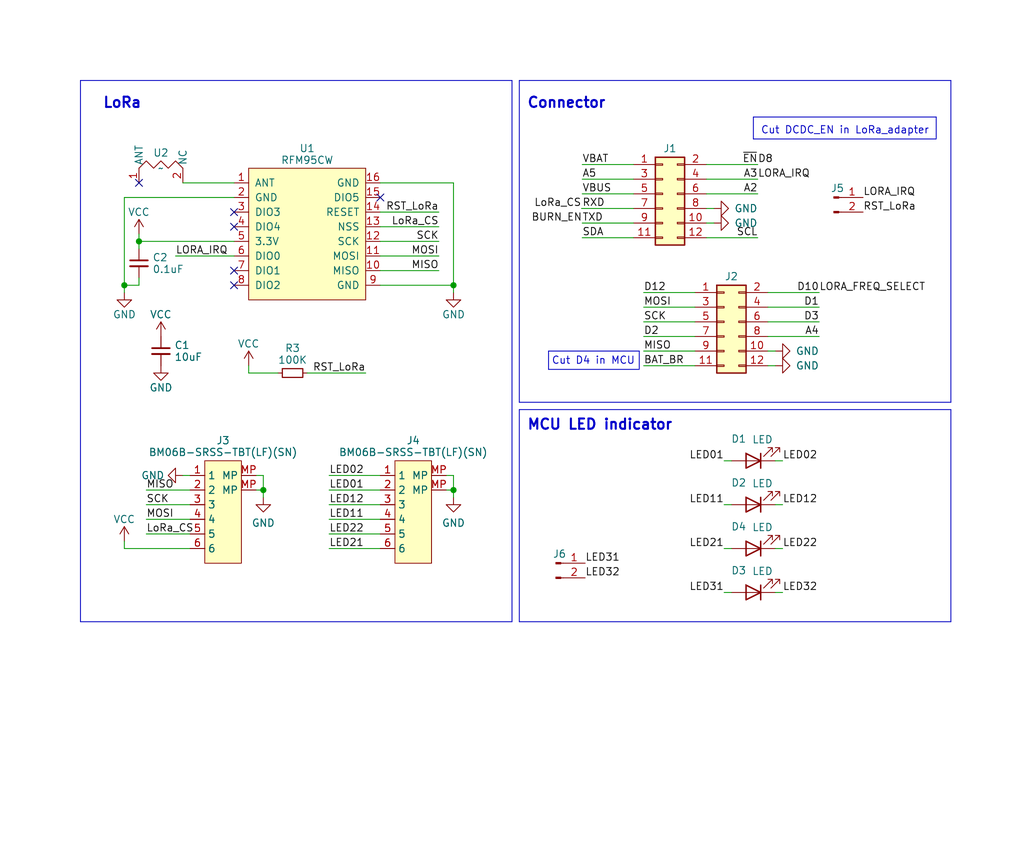
<source format=kicad_sch>
(kicad_sch (version 20230121) (generator eeschema)

  (uuid 65265907-6721-4f79-b3a8-f708d4e7460b)

  (paper "User" 177.8 150.012)

  (title_block
    (title "HexSense Svalbard - PWR")
    (date "2023-05-23")
    (company "MIT Media Lab")
    (comment 1 "Fangzheng Liu")
  )

  (lib_symbols
    (symbol "Connector:Conn_01x02_Pin" (pin_names (offset 1.016) hide) (in_bom yes) (on_board yes)
      (property "Reference" "J" (at 0 2.54 0)
        (effects (font (size 1.27 1.27)))
      )
      (property "Value" "Conn_01x02_Pin" (at 0 -5.08 0)
        (effects (font (size 1.27 1.27)))
      )
      (property "Footprint" "" (at 0 0 0)
        (effects (font (size 1.27 1.27)) hide)
      )
      (property "Datasheet" "~" (at 0 0 0)
        (effects (font (size 1.27 1.27)) hide)
      )
      (property "ki_locked" "" (at 0 0 0)
        (effects (font (size 1.27 1.27)))
      )
      (property "ki_keywords" "connector" (at 0 0 0)
        (effects (font (size 1.27 1.27)) hide)
      )
      (property "ki_description" "Generic connector, single row, 01x02, script generated" (at 0 0 0)
        (effects (font (size 1.27 1.27)) hide)
      )
      (property "ki_fp_filters" "Connector*:*_1x??_*" (at 0 0 0)
        (effects (font (size 1.27 1.27)) hide)
      )
      (symbol "Conn_01x02_Pin_1_1"
        (polyline
          (pts
            (xy 1.27 -2.54)
            (xy 0.8636 -2.54)
          )
          (stroke (width 0.1524) (type default))
          (fill (type none))
        )
        (polyline
          (pts
            (xy 1.27 0)
            (xy 0.8636 0)
          )
          (stroke (width 0.1524) (type default))
          (fill (type none))
        )
        (rectangle (start 0.8636 -2.413) (end 0 -2.667)
          (stroke (width 0.1524) (type default))
          (fill (type outline))
        )
        (rectangle (start 0.8636 0.127) (end 0 -0.127)
          (stroke (width 0.1524) (type default))
          (fill (type outline))
        )
        (pin passive line (at 5.08 0 180) (length 3.81)
          (name "Pin_1" (effects (font (size 1.27 1.27))))
          (number "1" (effects (font (size 1.27 1.27))))
        )
        (pin passive line (at 5.08 -2.54 180) (length 3.81)
          (name "Pin_2" (effects (font (size 1.27 1.27))))
          (number "2" (effects (font (size 1.27 1.27))))
        )
      )
    )
    (symbol "Connector_Generic:Conn_02x06_Odd_Even" (pin_names (offset 1.016) hide) (in_bom yes) (on_board yes)
      (property "Reference" "J" (at 1.27 7.62 0)
        (effects (font (size 1.27 1.27)))
      )
      (property "Value" "Conn_02x06_Odd_Even" (at 1.27 -10.16 0)
        (effects (font (size 1.27 1.27)))
      )
      (property "Footprint" "" (at 0 0 0)
        (effects (font (size 1.27 1.27)) hide)
      )
      (property "Datasheet" "~" (at 0 0 0)
        (effects (font (size 1.27 1.27)) hide)
      )
      (property "ki_keywords" "connector" (at 0 0 0)
        (effects (font (size 1.27 1.27)) hide)
      )
      (property "ki_description" "Generic connector, double row, 02x06, odd/even pin numbering scheme (row 1 odd numbers, row 2 even numbers), script generated (kicad-library-utils/schlib/autogen/connector/)" (at 0 0 0)
        (effects (font (size 1.27 1.27)) hide)
      )
      (property "ki_fp_filters" "Connector*:*_2x??_*" (at 0 0 0)
        (effects (font (size 1.27 1.27)) hide)
      )
      (symbol "Conn_02x06_Odd_Even_1_1"
        (rectangle (start -1.27 -7.493) (end 0 -7.747)
          (stroke (width 0.1524) (type default))
          (fill (type none))
        )
        (rectangle (start -1.27 -4.953) (end 0 -5.207)
          (stroke (width 0.1524) (type default))
          (fill (type none))
        )
        (rectangle (start -1.27 -2.413) (end 0 -2.667)
          (stroke (width 0.1524) (type default))
          (fill (type none))
        )
        (rectangle (start -1.27 0.127) (end 0 -0.127)
          (stroke (width 0.1524) (type default))
          (fill (type none))
        )
        (rectangle (start -1.27 2.667) (end 0 2.413)
          (stroke (width 0.1524) (type default))
          (fill (type none))
        )
        (rectangle (start -1.27 5.207) (end 0 4.953)
          (stroke (width 0.1524) (type default))
          (fill (type none))
        )
        (rectangle (start -1.27 6.35) (end 3.81 -8.89)
          (stroke (width 0.254) (type default))
          (fill (type background))
        )
        (rectangle (start 3.81 -7.493) (end 2.54 -7.747)
          (stroke (width 0.1524) (type default))
          (fill (type none))
        )
        (rectangle (start 3.81 -4.953) (end 2.54 -5.207)
          (stroke (width 0.1524) (type default))
          (fill (type none))
        )
        (rectangle (start 3.81 -2.413) (end 2.54 -2.667)
          (stroke (width 0.1524) (type default))
          (fill (type none))
        )
        (rectangle (start 3.81 0.127) (end 2.54 -0.127)
          (stroke (width 0.1524) (type default))
          (fill (type none))
        )
        (rectangle (start 3.81 2.667) (end 2.54 2.413)
          (stroke (width 0.1524) (type default))
          (fill (type none))
        )
        (rectangle (start 3.81 5.207) (end 2.54 4.953)
          (stroke (width 0.1524) (type default))
          (fill (type none))
        )
        (pin passive line (at -5.08 5.08 0) (length 3.81)
          (name "Pin_1" (effects (font (size 1.27 1.27))))
          (number "1" (effects (font (size 1.27 1.27))))
        )
        (pin passive line (at 7.62 -5.08 180) (length 3.81)
          (name "Pin_10" (effects (font (size 1.27 1.27))))
          (number "10" (effects (font (size 1.27 1.27))))
        )
        (pin passive line (at -5.08 -7.62 0) (length 3.81)
          (name "Pin_11" (effects (font (size 1.27 1.27))))
          (number "11" (effects (font (size 1.27 1.27))))
        )
        (pin passive line (at 7.62 -7.62 180) (length 3.81)
          (name "Pin_12" (effects (font (size 1.27 1.27))))
          (number "12" (effects (font (size 1.27 1.27))))
        )
        (pin passive line (at 7.62 5.08 180) (length 3.81)
          (name "Pin_2" (effects (font (size 1.27 1.27))))
          (number "2" (effects (font (size 1.27 1.27))))
        )
        (pin passive line (at -5.08 2.54 0) (length 3.81)
          (name "Pin_3" (effects (font (size 1.27 1.27))))
          (number "3" (effects (font (size 1.27 1.27))))
        )
        (pin passive line (at 7.62 2.54 180) (length 3.81)
          (name "Pin_4" (effects (font (size 1.27 1.27))))
          (number "4" (effects (font (size 1.27 1.27))))
        )
        (pin passive line (at -5.08 0 0) (length 3.81)
          (name "Pin_5" (effects (font (size 1.27 1.27))))
          (number "5" (effects (font (size 1.27 1.27))))
        )
        (pin passive line (at 7.62 0 180) (length 3.81)
          (name "Pin_6" (effects (font (size 1.27 1.27))))
          (number "6" (effects (font (size 1.27 1.27))))
        )
        (pin passive line (at -5.08 -2.54 0) (length 3.81)
          (name "Pin_7" (effects (font (size 1.27 1.27))))
          (number "7" (effects (font (size 1.27 1.27))))
        )
        (pin passive line (at 7.62 -2.54 180) (length 3.81)
          (name "Pin_8" (effects (font (size 1.27 1.27))))
          (number "8" (effects (font (size 1.27 1.27))))
        )
        (pin passive line (at -5.08 -5.08 0) (length 3.81)
          (name "Pin_9" (effects (font (size 1.27 1.27))))
          (number "9" (effects (font (size 1.27 1.27))))
        )
      )
    )
    (symbol "Device:C_Small" (pin_numbers hide) (pin_names (offset 0.254) hide) (in_bom yes) (on_board yes)
      (property "Reference" "C" (at 0.254 1.778 0)
        (effects (font (size 1.27 1.27)) (justify left))
      )
      (property "Value" "C_Small" (at 0.254 -2.032 0)
        (effects (font (size 1.27 1.27)) (justify left))
      )
      (property "Footprint" "" (at 0 0 0)
        (effects (font (size 1.27 1.27)) hide)
      )
      (property "Datasheet" "~" (at 0 0 0)
        (effects (font (size 1.27 1.27)) hide)
      )
      (property "ki_keywords" "capacitor cap" (at 0 0 0)
        (effects (font (size 1.27 1.27)) hide)
      )
      (property "ki_description" "Unpolarized capacitor, small symbol" (at 0 0 0)
        (effects (font (size 1.27 1.27)) hide)
      )
      (property "ki_fp_filters" "C_*" (at 0 0 0)
        (effects (font (size 1.27 1.27)) hide)
      )
      (symbol "C_Small_0_1"
        (polyline
          (pts
            (xy -1.524 -0.508)
            (xy 1.524 -0.508)
          )
          (stroke (width 0.3302) (type default))
          (fill (type none))
        )
        (polyline
          (pts
            (xy -1.524 0.508)
            (xy 1.524 0.508)
          )
          (stroke (width 0.3048) (type default))
          (fill (type none))
        )
      )
      (symbol "C_Small_1_1"
        (pin passive line (at 0 2.54 270) (length 2.032)
          (name "~" (effects (font (size 1.27 1.27))))
          (number "1" (effects (font (size 1.27 1.27))))
        )
        (pin passive line (at 0 -2.54 90) (length 2.032)
          (name "~" (effects (font (size 1.27 1.27))))
          (number "2" (effects (font (size 1.27 1.27))))
        )
      )
    )
    (symbol "Device:LED" (pin_numbers hide) (pin_names (offset 1.016) hide) (in_bom yes) (on_board yes)
      (property "Reference" "D" (at 0 2.54 0)
        (effects (font (size 1.27 1.27)))
      )
      (property "Value" "LED" (at 0 -2.54 0)
        (effects (font (size 1.27 1.27)))
      )
      (property "Footprint" "" (at 0 0 0)
        (effects (font (size 1.27 1.27)) hide)
      )
      (property "Datasheet" "~" (at 0 0 0)
        (effects (font (size 1.27 1.27)) hide)
      )
      (property "ki_keywords" "LED diode" (at 0 0 0)
        (effects (font (size 1.27 1.27)) hide)
      )
      (property "ki_description" "Light emitting diode" (at 0 0 0)
        (effects (font (size 1.27 1.27)) hide)
      )
      (property "ki_fp_filters" "LED* LED_SMD:* LED_THT:*" (at 0 0 0)
        (effects (font (size 1.27 1.27)) hide)
      )
      (symbol "LED_0_1"
        (polyline
          (pts
            (xy -1.27 -1.27)
            (xy -1.27 1.27)
          )
          (stroke (width 0.254) (type default))
          (fill (type none))
        )
        (polyline
          (pts
            (xy -1.27 0)
            (xy 1.27 0)
          )
          (stroke (width 0) (type default))
          (fill (type none))
        )
        (polyline
          (pts
            (xy 1.27 -1.27)
            (xy 1.27 1.27)
            (xy -1.27 0)
            (xy 1.27 -1.27)
          )
          (stroke (width 0.254) (type default))
          (fill (type none))
        )
        (polyline
          (pts
            (xy -3.048 -0.762)
            (xy -4.572 -2.286)
            (xy -3.81 -2.286)
            (xy -4.572 -2.286)
            (xy -4.572 -1.524)
          )
          (stroke (width 0) (type default))
          (fill (type none))
        )
        (polyline
          (pts
            (xy -1.778 -0.762)
            (xy -3.302 -2.286)
            (xy -2.54 -2.286)
            (xy -3.302 -2.286)
            (xy -3.302 -1.524)
          )
          (stroke (width 0) (type default))
          (fill (type none))
        )
      )
      (symbol "LED_1_1"
        (pin passive line (at -3.81 0 0) (length 2.54)
          (name "K" (effects (font (size 1.27 1.27))))
          (number "1" (effects (font (size 1.27 1.27))))
        )
        (pin passive line (at 3.81 0 180) (length 2.54)
          (name "A" (effects (font (size 1.27 1.27))))
          (number "2" (effects (font (size 1.27 1.27))))
        )
      )
    )
    (symbol "Device:R_Small" (pin_numbers hide) (pin_names (offset 0.254) hide) (in_bom yes) (on_board yes)
      (property "Reference" "R" (at 0.762 0.508 0)
        (effects (font (size 1.27 1.27)) (justify left))
      )
      (property "Value" "R_Small" (at 0.762 -1.016 0)
        (effects (font (size 1.27 1.27)) (justify left))
      )
      (property "Footprint" "" (at 0 0 0)
        (effects (font (size 1.27 1.27)) hide)
      )
      (property "Datasheet" "~" (at 0 0 0)
        (effects (font (size 1.27 1.27)) hide)
      )
      (property "ki_keywords" "R resistor" (at 0 0 0)
        (effects (font (size 1.27 1.27)) hide)
      )
      (property "ki_description" "Resistor, small symbol" (at 0 0 0)
        (effects (font (size 1.27 1.27)) hide)
      )
      (property "ki_fp_filters" "R_*" (at 0 0 0)
        (effects (font (size 1.27 1.27)) hide)
      )
      (symbol "R_Small_0_1"
        (rectangle (start -0.762 1.778) (end 0.762 -1.778)
          (stroke (width 0.2032) (type default))
          (fill (type none))
        )
      )
      (symbol "R_Small_1_1"
        (pin passive line (at 0 2.54 270) (length 0.762)
          (name "~" (effects (font (size 1.27 1.27))))
          (number "1" (effects (font (size 1.27 1.27))))
        )
        (pin passive line (at 0 -2.54 90) (length 0.762)
          (name "~" (effects (font (size 1.27 1.27))))
          (number "2" (effects (font (size 1.27 1.27))))
        )
      )
    )
    (symbol "Mylib:ANT-916-HESM" (in_bom yes) (on_board yes)
      (property "Reference" "U" (at 0 2.54 0)
        (effects (font (size 1.27 1.27)))
      )
      (property "Value" "" (at 0 0 0)
        (effects (font (size 1.27 1.27)))
      )
      (property "Footprint" "" (at 0 0 0)
        (effects (font (size 1.27 1.27)) hide)
      )
      (property "Datasheet" "" (at 0 0 0)
        (effects (font (size 1.27 1.27)) hide)
      )
      (symbol "ANT-916-HESM_0_1"
        (polyline
          (pts
            (xy 3.81 0)
            (xy 2.54 1.27)
            (xy 1.27 0)
            (xy 0 1.27)
            (xy -1.27 0)
            (xy -2.54 1.27)
            (xy -3.81 0)
          )
          (stroke (width 0) (type default))
          (fill (type none))
        )
      )
      (symbol "ANT-916-HESM_1_1"
        (pin input line (at -3.81 -2.54 90) (length 2.54)
          (name "ANT" (effects (font (size 1.27 1.27))))
          (number "1" (effects (font (size 1.27 1.27))))
        )
        (pin input line (at 3.81 -2.54 90) (length 2.54)
          (name "NC" (effects (font (size 1.27 1.27))))
          (number "2" (effects (font (size 1.27 1.27))))
        )
      )
    )
    (symbol "Mylib:BM06B-SURS-TF(LF)(SN)" (in_bom yes) (on_board yes)
      (property "Reference" "J" (at 0 6.35 0)
        (effects (font (size 1.27 1.27)))
      )
      (property "Value" "BM06B-SURS-TF(LF)(SN)" (at 0 3.81 0)
        (effects (font (size 1.27 1.27)))
      )
      (property "Footprint" "" (at 0 0 0)
        (effects (font (size 1.27 1.27)) hide)
      )
      (property "Datasheet" "" (at 0 0 0)
        (effects (font (size 1.27 1.27)) hide)
      )
      (symbol "BM06B-SURS-TF(LF)(SN)_0_1"
        (rectangle (start -2.54 2.54) (end 3.81 -15.24)
          (stroke (width 0.1524) (type default))
          (fill (type background))
        )
      )
      (symbol "BM06B-SURS-TF(LF)(SN)_1_1"
        (pin input line (at -5.08 0 0) (length 2.54)
          (name "1" (effects (font (size 1.27 1.27))))
          (number "1" (effects (font (size 1.27 1.27))))
        )
        (pin input line (at -5.08 -2.54 0) (length 2.54)
          (name "2" (effects (font (size 1.27 1.27))))
          (number "2" (effects (font (size 1.27 1.27))))
        )
        (pin input line (at -5.08 -5.08 0) (length 2.54)
          (name "3" (effects (font (size 1.27 1.27))))
          (number "3" (effects (font (size 1.27 1.27))))
        )
        (pin input line (at -5.08 -7.62 0) (length 2.54)
          (name "4" (effects (font (size 1.27 1.27))))
          (number "4" (effects (font (size 1.27 1.27))))
        )
        (pin input line (at -5.08 -10.16 0) (length 2.54)
          (name "5" (effects (font (size 1.27 1.27))))
          (number "5" (effects (font (size 1.27 1.27))))
        )
        (pin input line (at -5.08 -12.7 0) (length 2.54)
          (name "6" (effects (font (size 1.27 1.27))))
          (number "6" (effects (font (size 1.27 1.27))))
        )
        (pin input line (at 6.35 -2.54 180) (length 2.54)
          (name "MP" (effects (font (size 1.27 1.27))))
          (number "MP" (effects (font (size 1.27 1.27))))
        )
        (pin input line (at 6.35 0 180) (length 2.54)
          (name "MP" (effects (font (size 1.27 1.27))))
          (number "MP" (effects (font (size 1.27 1.27))))
        )
      )
    )
    (symbol "Mylib:RFM95CW" (pin_names (offset 1.016)) (in_bom yes) (on_board yes)
      (property "Reference" "U" (at 0 1.27 0)
        (effects (font (size 1.27 1.27)))
      )
      (property "Value" "RFM95CW" (at 0 -1.27 0)
        (effects (font (size 1.27 1.27)))
      )
      (property "Footprint" "" (at 0 0 0)
        (effects (font (size 1.27 1.27)) hide)
      )
      (property "Datasheet" "" (at 0 0 0)
        (effects (font (size 1.27 1.27)) hide)
      )
      (symbol "RFM95CW_0_1"
        (rectangle (start -10.16 -2.54) (end 10.16 -25.4)
          (stroke (width 0) (type default))
          (fill (type background))
        )
      )
      (symbol "RFM95CW_1_1"
        (pin input line (at -12.7 -5.08 0) (length 2.54)
          (name "ANT" (effects (font (size 1.27 1.27))))
          (number "1" (effects (font (size 1.27 1.27))))
        )
        (pin input line (at 12.7 -20.32 180) (length 2.54)
          (name "MISO" (effects (font (size 1.27 1.27))))
          (number "10" (effects (font (size 1.27 1.27))))
        )
        (pin input line (at 12.7 -17.78 180) (length 2.54)
          (name "MOSI" (effects (font (size 1.27 1.27))))
          (number "11" (effects (font (size 1.27 1.27))))
        )
        (pin input line (at 12.7 -15.24 180) (length 2.54)
          (name "SCK" (effects (font (size 1.27 1.27))))
          (number "12" (effects (font (size 1.27 1.27))))
        )
        (pin input line (at 12.7 -12.7 180) (length 2.54)
          (name "NSS" (effects (font (size 1.27 1.27))))
          (number "13" (effects (font (size 1.27 1.27))))
        )
        (pin input line (at 12.7 -10.16 180) (length 2.54)
          (name "RESET" (effects (font (size 1.27 1.27))))
          (number "14" (effects (font (size 1.27 1.27))))
        )
        (pin input line (at 12.7 -7.62 180) (length 2.54)
          (name "DIO5" (effects (font (size 1.27 1.27))))
          (number "15" (effects (font (size 1.27 1.27))))
        )
        (pin input line (at 12.7 -5.08 180) (length 2.54)
          (name "GND" (effects (font (size 1.27 1.27))))
          (number "16" (effects (font (size 1.27 1.27))))
        )
        (pin input line (at -12.7 -7.62 0) (length 2.54)
          (name "GND" (effects (font (size 1.27 1.27))))
          (number "2" (effects (font (size 1.27 1.27))))
        )
        (pin input line (at -12.7 -10.16 0) (length 2.54)
          (name "DIO3" (effects (font (size 1.27 1.27))))
          (number "3" (effects (font (size 1.27 1.27))))
        )
        (pin input line (at -12.7 -12.7 0) (length 2.54)
          (name "DIO4" (effects (font (size 1.27 1.27))))
          (number "4" (effects (font (size 1.27 1.27))))
        )
        (pin input line (at -12.7 -15.24 0) (length 2.54)
          (name "3.3V" (effects (font (size 1.27 1.27))))
          (number "5" (effects (font (size 1.27 1.27))))
        )
        (pin input line (at -12.7 -17.78 0) (length 2.54)
          (name "DIO0" (effects (font (size 1.27 1.27))))
          (number "6" (effects (font (size 1.27 1.27))))
        )
        (pin input line (at -12.7 -20.32 0) (length 2.54)
          (name "DIO1" (effects (font (size 1.27 1.27))))
          (number "7" (effects (font (size 1.27 1.27))))
        )
        (pin input line (at -12.7 -22.86 0) (length 2.54)
          (name "DIO2" (effects (font (size 1.27 1.27))))
          (number "8" (effects (font (size 1.27 1.27))))
        )
        (pin input line (at 12.7 -22.86 180) (length 2.54)
          (name "GND" (effects (font (size 1.27 1.27))))
          (number "9" (effects (font (size 1.27 1.27))))
        )
      )
    )
    (symbol "power:GND" (power) (pin_names (offset 0)) (in_bom yes) (on_board yes)
      (property "Reference" "#PWR" (at 0 -6.35 0)
        (effects (font (size 1.27 1.27)) hide)
      )
      (property "Value" "GND" (at 0 -3.81 0)
        (effects (font (size 1.27 1.27)))
      )
      (property "Footprint" "" (at 0 0 0)
        (effects (font (size 1.27 1.27)) hide)
      )
      (property "Datasheet" "" (at 0 0 0)
        (effects (font (size 1.27 1.27)) hide)
      )
      (property "ki_keywords" "power-flag" (at 0 0 0)
        (effects (font (size 1.27 1.27)) hide)
      )
      (property "ki_description" "Power symbol creates a global label with name \"GND\" , ground" (at 0 0 0)
        (effects (font (size 1.27 1.27)) hide)
      )
      (symbol "GND_0_1"
        (polyline
          (pts
            (xy 0 0)
            (xy 0 -1.27)
            (xy 1.27 -1.27)
            (xy 0 -2.54)
            (xy -1.27 -1.27)
            (xy 0 -1.27)
          )
          (stroke (width 0) (type default))
          (fill (type none))
        )
      )
      (symbol "GND_1_1"
        (pin power_in line (at 0 0 270) (length 0) hide
          (name "GND" (effects (font (size 1.27 1.27))))
          (number "1" (effects (font (size 1.27 1.27))))
        )
      )
    )
    (symbol "power:VCC" (power) (pin_names (offset 0)) (in_bom yes) (on_board yes)
      (property "Reference" "#PWR" (at 0 -3.81 0)
        (effects (font (size 1.27 1.27)) hide)
      )
      (property "Value" "VCC" (at 0 3.81 0)
        (effects (font (size 1.27 1.27)))
      )
      (property "Footprint" "" (at 0 0 0)
        (effects (font (size 1.27 1.27)) hide)
      )
      (property "Datasheet" "" (at 0 0 0)
        (effects (font (size 1.27 1.27)) hide)
      )
      (property "ki_keywords" "global power" (at 0 0 0)
        (effects (font (size 1.27 1.27)) hide)
      )
      (property "ki_description" "Power symbol creates a global label with name \"VCC\"" (at 0 0 0)
        (effects (font (size 1.27 1.27)) hide)
      )
      (symbol "VCC_0_1"
        (polyline
          (pts
            (xy -0.762 1.27)
            (xy 0 2.54)
          )
          (stroke (width 0) (type default))
          (fill (type none))
        )
        (polyline
          (pts
            (xy 0 0)
            (xy 0 2.54)
          )
          (stroke (width 0) (type default))
          (fill (type none))
        )
        (polyline
          (pts
            (xy 0 2.54)
            (xy 0.762 1.27)
          )
          (stroke (width 0) (type default))
          (fill (type none))
        )
      )
      (symbol "VCC_1_1"
        (pin power_in line (at 0 0 90) (length 0) hide
          (name "VCC" (effects (font (size 1.27 1.27))))
          (number "1" (effects (font (size 1.27 1.27))))
        )
      )
    )
  )

  (junction (at 45.72 85.09) (diameter 0) (color 0 0 0 0)
    (uuid 15bd024f-f1aa-4402-a62c-f4fd2e38e7d0)
  )
  (junction (at 21.59 49.53) (diameter 0) (color 0 0 0 0)
    (uuid 19ebffdf-d772-41e9-9dd6-d16b9d34a262)
  )
  (junction (at 78.74 49.53) (diameter 0) (color 0 0 0 0)
    (uuid 1a8b2760-f16f-4678-b41a-d216b0c14dc8)
  )
  (junction (at 78.74 85.09) (diameter 0) (color 0 0 0 0)
    (uuid b8801c67-85fa-4069-a1da-3be631398fe1)
  )
  (junction (at 24.13 41.91) (diameter 0) (color 0 0 0 0)
    (uuid f6d0f23f-e343-4d80-beb6-c5f973ca308a)
  )

  (no_connect (at 40.64 39.37) (uuid 1558b96b-3164-49a1-9048-0446334e6602))
  (no_connect (at 40.64 36.83) (uuid 883ff17f-5e3f-4fbe-add6-7cc3f36e8dd6))
  (no_connect (at 40.64 46.99) (uuid 92e1c068-916c-4829-88f2-413508f32e95))
  (no_connect (at 40.64 49.53) (uuid 9e67b399-02e0-46b6-8cad-1ed8e427e052))
  (no_connect (at 66.04 34.29) (uuid cc7071db-db09-4cee-be99-d004bec7083d))
  (no_connect (at 24.13 31.75) (uuid d5ee53c1-1e6d-44dd-a14f-8ab292b00d36))

  (wire (pts (xy 57.15 92.71) (xy 66.04 92.71))
    (stroke (width 0) (type default))
    (uuid 00d2fdbf-e16e-4720-a56b-4541120ff422)
  )
  (wire (pts (xy 21.59 34.29) (xy 21.59 49.53))
    (stroke (width 0) (type default))
    (uuid 0183bcba-4dfb-4d0b-8ff2-f7868c7856d4)
  )
  (polyline (pts (xy 130.81 20.32) (xy 130.81 24.13))
    (stroke (width 0) (type default))
    (uuid 0277e4e1-1e1d-48d7-a08b-c29bc9c3f8dd)
  )
  (polyline (pts (xy 165.1 13.97) (xy 165.1 69.85))
    (stroke (width 0) (type default))
    (uuid 027d512b-e8c6-4a51-acb7-2e0c7560e559)
  )
  (polyline (pts (xy 110.998 64.135) (xy 95.25 64.135))
    (stroke (width 0) (type default))
    (uuid 088a6be7-7227-41ec-882a-af71f467e78b)
  )

  (wire (pts (xy 133.35 53.34) (xy 142.24 53.34))
    (stroke (width 0) (type default))
    (uuid 0a87740f-07f9-4096-abcf-dd2d8757f75a)
  )
  (wire (pts (xy 101.092 38.735) (xy 109.982 38.735))
    (stroke (width 0) (type default))
    (uuid 0b9b8873-ad8d-4ce5-89aa-b4cb4f020087)
  )
  (wire (pts (xy 122.682 28.575) (xy 131.572 28.575))
    (stroke (width 0) (type default))
    (uuid 0dd8dfae-8256-4196-8f87-6ac8fa0b7650)
  )
  (wire (pts (xy 24.13 41.91) (xy 24.13 43.18))
    (stroke (width 0) (type default))
    (uuid 1572a816-22fd-4584-bd24-23aa7a909817)
  )
  (wire (pts (xy 101.092 31.115) (xy 109.982 31.115))
    (stroke (width 0) (type default))
    (uuid 1587c766-2704-4840-87cf-e59713ead0af)
  )
  (wire (pts (xy 24.13 41.91) (xy 40.64 41.91))
    (stroke (width 0) (type default))
    (uuid 1cfa7547-5e3f-47c2-9a5f-ec32901d2150)
  )
  (wire (pts (xy 122.682 31.115) (xy 131.572 31.115))
    (stroke (width 0) (type default))
    (uuid 249e7f69-aab8-4283-a7d1-84e0589d79bb)
  )
  (wire (pts (xy 21.59 49.53) (xy 24.13 49.53))
    (stroke (width 0) (type default))
    (uuid 25794373-d75d-4ba9-9c21-dc1e56221c94)
  )
  (wire (pts (xy 24.13 40.64) (xy 24.13 41.91))
    (stroke (width 0) (type default))
    (uuid 2735fbb9-5da4-4819-8eef-d954df8808a8)
  )
  (wire (pts (xy 127 102.87) (xy 125.73 102.87))
    (stroke (width 0) (type default))
    (uuid 2b404f90-857c-4c2f-bec6-115da3574c4b)
  )
  (wire (pts (xy 76.2 46.99) (xy 66.04 46.99))
    (stroke (width 0) (type default))
    (uuid 2e892c1c-3e02-4836-97e1-79fa8bb1e35e)
  )
  (polyline (pts (xy 13.97 13.97) (xy 13.97 107.95))
    (stroke (width 0) (type default))
    (uuid 2ee0b466-c444-4035-84c9-a050e466f5bc)
  )

  (wire (pts (xy 100.965 36.195) (xy 109.982 36.195))
    (stroke (width 0) (type default))
    (uuid 2ff37579-d75b-4208-b9be-a3ccc1cdaae4)
  )
  (wire (pts (xy 25.4 90.17) (xy 33.02 90.17))
    (stroke (width 0) (type default))
    (uuid 3825ad4c-01c5-453b-a309-80c515d98e27)
  )
  (wire (pts (xy 44.45 82.55) (xy 45.72 82.55))
    (stroke (width 0) (type default))
    (uuid 3aa404e3-f54d-4b27-9dbf-a51ec124fece)
  )
  (wire (pts (xy 127 87.63) (xy 125.73 87.63))
    (stroke (width 0) (type default))
    (uuid 3b443e4b-533f-4884-a32b-add61d4e5b36)
  )
  (wire (pts (xy 66.04 36.83) (xy 76.2 36.83))
    (stroke (width 0) (type default))
    (uuid 3de3852c-2c2a-4d68-8ea3-7bbac7449eb5)
  )
  (wire (pts (xy 21.59 49.53) (xy 21.59 50.8))
    (stroke (width 0) (type default))
    (uuid 40dd8609-573b-4fa5-8e60-00eeaf902223)
  )
  (wire (pts (xy 111.76 63.5) (xy 120.65 63.5))
    (stroke (width 0) (type default))
    (uuid 42f67552-a003-4633-a14b-c468210732ac)
  )
  (wire (pts (xy 127 95.25) (xy 125.73 95.25))
    (stroke (width 0) (type default))
    (uuid 44c8e0e5-a91f-4d0c-b60c-38ae1879c978)
  )
  (polyline (pts (xy 130.81 20.32) (xy 162.56 20.32))
    (stroke (width 0) (type default))
    (uuid 49935994-9a7f-4d19-9b3a-06acab2048a0)
  )
  (polyline (pts (xy 165.1 107.95) (xy 90.17 107.95))
    (stroke (width 0) (type default))
    (uuid 4b429acb-57b4-4989-9e8d-1082f8a5adf3)
  )

  (wire (pts (xy 66.04 49.53) (xy 78.74 49.53))
    (stroke (width 0) (type default))
    (uuid 4dab8e6e-8ff9-40c7-b418-d9b12f1f85dc)
  )
  (wire (pts (xy 134.62 102.87) (xy 135.89 102.87))
    (stroke (width 0) (type default))
    (uuid 5098d1e3-55fd-41fc-a0e6-89f7c9ab9717)
  )
  (polyline (pts (xy 90.17 13.97) (xy 165.1 13.97))
    (stroke (width 0) (type default))
    (uuid 53d0b2cd-bae8-420b-b9ef-ee753e4b5b86)
  )
  (polyline (pts (xy 110.998 60.96) (xy 110.998 64.008))
    (stroke (width 0) (type default))
    (uuid 5499bad2-284e-4540-ba7e-0eaca9d97059)
  )

  (wire (pts (xy 134.62 95.25) (xy 135.89 95.25))
    (stroke (width 0) (type default))
    (uuid 553da732-ba02-4a35-abb2-89b72344934e)
  )
  (polyline (pts (xy 162.56 20.32) (xy 162.56 24.003))
    (stroke (width 0) (type default))
    (uuid 55dd54f4-6659-469f-9388-6a07303a573f)
  )
  (polyline (pts (xy 95.25 60.96) (xy 95.25 64.135))
    (stroke (width 0) (type default))
    (uuid 57545f97-05ec-43d4-93ae-17cebad3d6e8)
  )

  (wire (pts (xy 53.34 64.77) (xy 63.5 64.77))
    (stroke (width 0) (type default))
    (uuid 5c389a1c-527c-4e97-a79a-65576b3a2347)
  )
  (wire (pts (xy 31.75 31.75) (xy 40.64 31.75))
    (stroke (width 0) (type default))
    (uuid 5fb120a7-84ca-437a-bf2e-458e82e5ae6b)
  )
  (polyline (pts (xy 90.17 71.12) (xy 165.1 71.12))
    (stroke (width 0) (type default))
    (uuid 5febc6be-b4ee-4d0c-a29f-e029cb621db5)
  )

  (wire (pts (xy 127 80.01) (xy 125.73 80.01))
    (stroke (width 0) (type default))
    (uuid 6021ea58-3f39-4c8a-8672-b0b95c59a8b3)
  )
  (wire (pts (xy 21.59 93.98) (xy 21.59 95.25))
    (stroke (width 0) (type default))
    (uuid 659687cd-87c3-4497-b21c-4c1f63377c9c)
  )
  (polyline (pts (xy 90.17 71.12) (xy 90.17 107.95))
    (stroke (width 0) (type default))
    (uuid 66f4c496-008b-4b18-8003-dfd848ed9312)
  )

  (wire (pts (xy 134.62 80.01) (xy 135.89 80.01))
    (stroke (width 0) (type default))
    (uuid 6a790077-cf34-4933-b49d-2ce56e542eb9)
  )
  (polyline (pts (xy 165.1 69.85) (xy 90.17 69.85))
    (stroke (width 0) (type default))
    (uuid 6f364b94-e652-481f-92d8-ae2a245f9439)
  )
  (polyline (pts (xy 88.9 13.97) (xy 88.9 107.95))
    (stroke (width 0) (type default))
    (uuid 704e2086-fcdc-4e75-94a6-ce92c6b9475a)
  )

  (wire (pts (xy 122.682 36.195) (xy 123.952 36.195))
    (stroke (width 0) (type default))
    (uuid 738515bc-5d88-4e6b-81f3-6b1687626a34)
  )
  (wire (pts (xy 77.47 85.09) (xy 78.74 85.09))
    (stroke (width 0) (type default))
    (uuid 7a299f72-94e5-4c28-992c-d90e03ebe6c0)
  )
  (wire (pts (xy 40.64 34.29) (xy 21.59 34.29))
    (stroke (width 0) (type default))
    (uuid 7bbb8bb5-b7ef-42a7-9057-ad01928819c3)
  )
  (wire (pts (xy 57.15 85.09) (xy 66.04 85.09))
    (stroke (width 0) (type default))
    (uuid 7c18a7ac-01e2-458b-ba8e-8e0bb8e7cf45)
  )
  (wire (pts (xy 101.092 33.655) (xy 109.982 33.655))
    (stroke (width 0) (type default))
    (uuid 7f7f1e67-5385-4198-914e-8c9bbc696572)
  )
  (wire (pts (xy 31.75 82.55) (xy 33.02 82.55))
    (stroke (width 0) (type default))
    (uuid 8231d965-526e-4458-832f-8c0f208feb9e)
  )
  (polyline (pts (xy 95.25 60.96) (xy 110.998 60.96))
    (stroke (width 0) (type default))
    (uuid 83ee3b3a-09a7-42b2-bcb1-58d0f6dcad55)
  )

  (wire (pts (xy 101.092 41.275) (xy 109.982 41.275))
    (stroke (width 0) (type default))
    (uuid 8b78ffaf-b604-460f-ada6-c0115ce0a178)
  )
  (wire (pts (xy 111.76 55.88) (xy 120.65 55.88))
    (stroke (width 0) (type default))
    (uuid 8b943559-bb61-4b53-85d0-44339f996302)
  )
  (wire (pts (xy 134.62 87.63) (xy 135.89 87.63))
    (stroke (width 0) (type default))
    (uuid 8ea89646-44d1-43ba-b2ef-31f0852ffc8c)
  )
  (wire (pts (xy 111.76 53.34) (xy 120.65 53.34))
    (stroke (width 0) (type default))
    (uuid 8ec70c72-e7c9-4232-91f2-7159cbb8a775)
  )
  (polyline (pts (xy 88.9 107.95) (xy 13.97 107.95))
    (stroke (width 0) (type default))
    (uuid 92c8d89d-10ba-464b-92b9-3d6c477d66f0)
  )

  (wire (pts (xy 57.15 82.55) (xy 66.04 82.55))
    (stroke (width 0) (type default))
    (uuid 9515f418-3171-4978-825f-9ec47921443f)
  )
  (wire (pts (xy 78.74 82.55) (xy 78.74 85.09))
    (stroke (width 0) (type default))
    (uuid 9562ce11-1328-4714-98a1-ee45b6ad6e66)
  )
  (wire (pts (xy 25.4 87.63) (xy 33.02 87.63))
    (stroke (width 0) (type default))
    (uuid 97a007d7-5d51-49a2-922c-66ba54849087)
  )
  (wire (pts (xy 133.35 55.88) (xy 142.24 55.88))
    (stroke (width 0) (type default))
    (uuid 9b92bc4c-5529-46da-8c5b-2bb19370d192)
  )
  (wire (pts (xy 25.4 92.71) (xy 33.02 92.71))
    (stroke (width 0) (type default))
    (uuid a3f40724-9bbe-4fff-947c-3f1605cd82c5)
  )
  (wire (pts (xy 101.092 28.575) (xy 109.982 28.575))
    (stroke (width 0) (type default))
    (uuid a4f5fcb3-696d-4a69-96fe-722246dbe500)
  )
  (wire (pts (xy 122.682 41.275) (xy 131.572 41.275))
    (stroke (width 0) (type default))
    (uuid a9a831c4-f734-464c-99aa-0e82d27bfe1e)
  )
  (polyline (pts (xy 90.17 13.97) (xy 90.17 69.85))
    (stroke (width 0) (type default))
    (uuid aa48925a-f632-4a1b-9aa1-88eef136586e)
  )

  (wire (pts (xy 133.35 58.42) (xy 142.24 58.42))
    (stroke (width 0) (type default))
    (uuid aa4fc410-9143-4861-9379-e47684822ff6)
  )
  (wire (pts (xy 111.76 58.42) (xy 120.65 58.42))
    (stroke (width 0) (type default))
    (uuid ab26da36-602e-4859-a1a8-d14ff3fe881b)
  )
  (wire (pts (xy 78.74 49.53) (xy 78.74 50.8))
    (stroke (width 0) (type default))
    (uuid adaf4336-8f8a-460b-88f2-2c57ee50f414)
  )
  (wire (pts (xy 133.35 50.8) (xy 142.24 50.8))
    (stroke (width 0) (type default))
    (uuid afa319f6-874a-4a70-8b55-563401a1bc92)
  )
  (wire (pts (xy 133.35 60.96) (xy 134.62 60.96))
    (stroke (width 0) (type default))
    (uuid b0e7aa21-5eb4-4777-b155-03dd35a873a1)
  )
  (wire (pts (xy 24.13 49.53) (xy 24.13 48.26))
    (stroke (width 0) (type default))
    (uuid b13d74d0-1b23-43ee-ad99-f8a2e4c9387f)
  )
  (wire (pts (xy 44.45 85.09) (xy 45.72 85.09))
    (stroke (width 0) (type default))
    (uuid b2f430bb-9380-40d5-8ea3-50cab3cb09ae)
  )
  (wire (pts (xy 45.72 85.09) (xy 45.72 86.36))
    (stroke (width 0) (type default))
    (uuid b69d308b-46ac-4c20-b70e-d48f98a3eb66)
  )
  (wire (pts (xy 45.72 82.55) (xy 45.72 85.09))
    (stroke (width 0) (type default))
    (uuid b90182cf-5439-47e0-81ae-aa8619b6613d)
  )
  (wire (pts (xy 76.2 41.91) (xy 66.04 41.91))
    (stroke (width 0) (type default))
    (uuid bfd104b1-cca5-46b7-8996-566758b690f3)
  )
  (wire (pts (xy 78.74 85.09) (xy 78.74 86.36))
    (stroke (width 0) (type default))
    (uuid c0ac0d6f-24e9-48bd-812e-16010a9b30fc)
  )
  (wire (pts (xy 122.682 38.735) (xy 123.952 38.735))
    (stroke (width 0) (type default))
    (uuid c40cf08e-3e51-42c5-9be8-c396bd85431c)
  )
  (wire (pts (xy 57.15 95.25) (xy 66.04 95.25))
    (stroke (width 0) (type default))
    (uuid c592387d-e9b3-465c-907f-a26ef4abcf35)
  )
  (wire (pts (xy 21.59 95.25) (xy 33.02 95.25))
    (stroke (width 0) (type default))
    (uuid c7922699-2323-45aa-a07d-7cce07d431ea)
  )
  (wire (pts (xy 76.2 44.45) (xy 66.04 44.45))
    (stroke (width 0) (type default))
    (uuid c8e93a97-8d63-44b3-af3e-94f58ef2ffd7)
  )
  (wire (pts (xy 57.15 90.17) (xy 66.04 90.17))
    (stroke (width 0) (type default))
    (uuid c91c65b4-496d-45ce-b277-f89d0d37163a)
  )
  (polyline (pts (xy 13.97 13.97) (xy 88.9 13.97))
    (stroke (width 0) (type default))
    (uuid c9eed2e8-0fc2-475a-b578-1752b80a7d0c)
  )

  (wire (pts (xy 66.04 31.75) (xy 78.74 31.75))
    (stroke (width 0) (type default))
    (uuid ca3db3e7-7eb1-4e51-8886-28f66e5136a1)
  )
  (wire (pts (xy 77.47 82.55) (xy 78.74 82.55))
    (stroke (width 0) (type default))
    (uuid cc163afe-f22d-4eb5-b667-8705a25d2ed4)
  )
  (polyline (pts (xy 162.56 24.13) (xy 130.81 24.13))
    (stroke (width 0) (type default))
    (uuid d40abb1a-55aa-4006-805c-0c5d09325baa)
  )

  (wire (pts (xy 43.18 63.5) (xy 43.18 64.77))
    (stroke (width 0) (type default))
    (uuid d84a45d4-d567-4186-8580-7cfbaa486415)
  )
  (wire (pts (xy 57.15 87.63) (xy 66.04 87.63))
    (stroke (width 0) (type default))
    (uuid da2b4897-71eb-4241-839b-660349a8ebbb)
  )
  (wire (pts (xy 25.4 85.09) (xy 33.02 85.09))
    (stroke (width 0) (type default))
    (uuid db8258d0-bc13-4d64-8752-eae3350a36cf)
  )
  (polyline (pts (xy 165.1 71.12) (xy 165.1 107.95))
    (stroke (width 0) (type default))
    (uuid e29ef409-d6c6-42c0-8eff-4c94560fdbea)
  )

  (wire (pts (xy 76.2 39.37) (xy 66.04 39.37))
    (stroke (width 0) (type default))
    (uuid eabe51c9-fe62-46e0-9585-065c5952d66e)
  )
  (wire (pts (xy 133.35 63.5) (xy 134.62 63.5))
    (stroke (width 0) (type default))
    (uuid ecdc1337-1e31-4503-a77b-2cb7226a4254)
  )
  (wire (pts (xy 43.18 64.77) (xy 48.26 64.77))
    (stroke (width 0) (type default))
    (uuid edde9c62-e1bd-440b-9872-851c1212cbaa)
  )
  (wire (pts (xy 78.74 31.75) (xy 78.74 49.53))
    (stroke (width 0) (type default))
    (uuid f04272fd-7d7a-4df4-9f6c-42bc7774036c)
  )
  (wire (pts (xy 30.48 44.45) (xy 40.64 44.45))
    (stroke (width 0) (type default))
    (uuid f718fdd6-014e-4e8d-bc9e-b120b75f36e0)
  )
  (wire (pts (xy 111.76 60.96) (xy 120.65 60.96))
    (stroke (width 0) (type default))
    (uuid f9e8eb48-661d-4b91-b202-a28931b905bd)
  )
  (wire (pts (xy 122.682 33.655) (xy 131.572 33.655))
    (stroke (width 0) (type default))
    (uuid fab3f3e6-466b-4b33-81cc-0f66a3545dd4)
  )
  (wire (pts (xy 111.76 50.8) (xy 120.65 50.8))
    (stroke (width 0) (type default))
    (uuid fb9c1f93-ae03-4c18-8a85-90120c3fc904)
  )

  (text "Cut D4 in MCU" (at 95.758 63.5 0)
    (effects (font (size 1.27 1.27)) (justify left bottom))
    (uuid 019df978-e073-483e-886d-4e274da2002c)
  )
  (text "LoRa" (at 17.78 19.05 0)
    (effects (font (size 1.778 1.778) (thickness 0.3556) bold) (justify left bottom))
    (uuid 29844382-3a74-4ab6-876b-afb49aaddf14)
  )
  (text "Connector" (at 91.44 19.05 0)
    (effects (font (size 1.778 1.778) (thickness 0.3556) bold) (justify left bottom))
    (uuid 447f4eab-9628-466a-ae1e-628efe9487c5)
  )
  (text "MCU LED indicator" (at 91.44 74.93 0)
    (effects (font (size 1.778 1.778) (thickness 0.3556) bold) (justify left bottom))
    (uuid 7f62a2fc-5ec7-4031-beab-f69447773901)
  )
  (text "Cut DCDC_EN in LoRa_adapter" (at 132.08 23.495 0)
    (effects (font (size 1.27 1.27)) (justify left bottom))
    (uuid 927e2061-5823-4072-88fb-803faf6fee4e)
  )

  (label "~{EN}" (at 131.572 28.575 180) (fields_autoplaced)
    (effects (font (size 1.27 1.27)) (justify right bottom))
    (uuid 068e1f03-6f2b-4972-b6b2-487e7f87e15a)
  )
  (label "LED12" (at 135.89 87.63 0) (fields_autoplaced)
    (effects (font (size 1.27 1.27)) (justify left bottom))
    (uuid 08ce40b0-1fc8-4650-a521-f34ad8ff12b0)
  )
  (label "LoRa_CS" (at 100.965 36.195 180) (fields_autoplaced)
    (effects (font (size 1.27 1.27)) (justify right bottom))
    (uuid 0a5ca23e-724f-483b-b818-f8330b056a7e)
  )
  (label "A2" (at 131.572 33.655 180) (fields_autoplaced)
    (effects (font (size 1.27 1.27)) (justify right bottom))
    (uuid 0cb59c60-b41a-4eca-b419-27881cf88f10)
  )
  (label "LED31" (at 125.73 102.87 180) (fields_autoplaced)
    (effects (font (size 1.27 1.27)) (justify right bottom))
    (uuid 0d969dd5-e0fc-4db0-ac73-432eb51cae96)
  )
  (label "TXD" (at 101.092 38.735 0) (fields_autoplaced)
    (effects (font (size 1.27 1.27)) (justify left bottom))
    (uuid 0fd118a4-51d2-49d6-aa5d-f755d6928d40)
  )
  (label "RST_LoRa" (at 63.5 64.77 180) (fields_autoplaced)
    (effects (font (size 1.27 1.27)) (justify right bottom))
    (uuid 138e8f62-2d54-44a4-a29d-c8e55629eac3)
  )
  (label "A3" (at 131.572 31.115 180) (fields_autoplaced)
    (effects (font (size 1.27 1.27)) (justify right bottom))
    (uuid 160d499d-929e-44ea-bbfb-91f442b61e47)
  )
  (label "LED21" (at 57.15 95.25 0) (fields_autoplaced)
    (effects (font (size 1.27 1.27)) (justify left bottom))
    (uuid 161eac64-a4b4-41ea-98ac-b9b92c4231d7)
  )
  (label "SCK" (at 25.4 87.63 0) (fields_autoplaced)
    (effects (font (size 1.27 1.27)) (justify left bottom))
    (uuid 17324338-b5e9-4afa-af44-29861db1e363)
  )
  (label "MISO" (at 111.76 60.96 0) (fields_autoplaced)
    (effects (font (size 1.27 1.27)) (justify left bottom))
    (uuid 24738523-d919-40af-8c4f-4ed71916cbd4)
  )
  (label "LED12" (at 57.15 87.63 0) (fields_autoplaced)
    (effects (font (size 1.27 1.27)) (justify left bottom))
    (uuid 2b389c0a-34c7-4f11-bc0f-9529430d99e3)
  )
  (label "MISO" (at 76.2 46.99 180) (fields_autoplaced)
    (effects (font (size 1.27 1.27)) (justify right bottom))
    (uuid 2f4fa43b-cf0e-43dd-bce0-e6e80017315d)
  )
  (label "SDA" (at 101.092 41.275 0) (fields_autoplaced)
    (effects (font (size 1.27 1.27)) (justify left bottom))
    (uuid 2fb8286f-789f-4f25-85f2-61a20b76a156)
  )
  (label "MOSI" (at 76.2 44.45 180) (fields_autoplaced)
    (effects (font (size 1.27 1.27)) (justify right bottom))
    (uuid 3d35c336-eee8-41ea-b222-f80947383d08)
  )
  (label "VBUS" (at 101.092 33.655 0) (fields_autoplaced)
    (effects (font (size 1.27 1.27)) (justify left bottom))
    (uuid 484d1bb5-8f6f-4763-98a4-aa5caa3e56af)
  )
  (label "RST_LoRa" (at 76.2 36.83 180) (fields_autoplaced)
    (effects (font (size 1.27 1.27)) (justify right bottom))
    (uuid 4d151019-070f-4426-8994-73ab613bb1ee)
  )
  (label "VBAT" (at 101.092 28.575 0) (fields_autoplaced)
    (effects (font (size 1.27 1.27)) (justify left bottom))
    (uuid 50e2b2b8-3fe4-4403-90fb-2c35656ae41f)
  )
  (label "MOSI" (at 25.4 90.17 0) (fields_autoplaced)
    (effects (font (size 1.27 1.27)) (justify left bottom))
    (uuid 5540452b-4686-45dd-9a7c-066195c40942)
  )
  (label "RXD" (at 101.092 36.195 0) (fields_autoplaced)
    (effects (font (size 1.27 1.27)) (justify left bottom))
    (uuid 61a39836-7dfc-48d8-b9f2-bdd830f3c23c)
  )
  (label "LED31" (at 101.6 97.79 0) (fields_autoplaced)
    (effects (font (size 1.27 1.27)) (justify left bottom))
    (uuid 670a1704-da31-49a4-b7fd-1085227d0cdb)
  )
  (label "D2" (at 111.76 58.42 0) (fields_autoplaced)
    (effects (font (size 1.27 1.27)) (justify left bottom))
    (uuid 67d19eb3-61af-4d94-9b7c-60ee922a88e4)
  )
  (label "LED11" (at 57.15 90.17 0) (fields_autoplaced)
    (effects (font (size 1.27 1.27)) (justify left bottom))
    (uuid 6ca8cc8a-1312-4cc3-87de-4236c9a2ae60)
  )
  (label "LED32" (at 135.89 102.87 0) (fields_autoplaced)
    (effects (font (size 1.27 1.27)) (justify left bottom))
    (uuid 732bbf3e-f369-4fcd-a6ec-546684c8b668)
  )
  (label "LED01" (at 125.73 80.01 180) (fields_autoplaced)
    (effects (font (size 1.27 1.27)) (justify right bottom))
    (uuid 7c23d3c6-42c6-4053-8549-271012f4c8d4)
  )
  (label "MISO" (at 25.4 85.09 0) (fields_autoplaced)
    (effects (font (size 1.27 1.27)) (justify left bottom))
    (uuid 7ebb8725-b665-4a4e-a7b7-539500fee9f3)
  )
  (label "SCK" (at 76.2 41.91 180) (fields_autoplaced)
    (effects (font (size 1.27 1.27)) (justify right bottom))
    (uuid 80a9a1a2-ecd8-4dfa-b701-c81806e00c76)
  )
  (label "LED32" (at 101.6 100.33 0) (fields_autoplaced)
    (effects (font (size 1.27 1.27)) (justify left bottom))
    (uuid 81c8730e-2457-4a23-9b73-c82e3b6959ed)
  )
  (label "D1" (at 142.24 53.34 180) (fields_autoplaced)
    (effects (font (size 1.27 1.27)) (justify right bottom))
    (uuid 99b64aef-5bc2-41b6-9738-ac8515c16d69)
  )
  (label "SCL" (at 131.572 41.275 180) (fields_autoplaced)
    (effects (font (size 1.27 1.27)) (justify right bottom))
    (uuid 9c35913c-7839-40c7-8b05-a1218f213245)
  )
  (label "A4" (at 142.24 58.42 180) (fields_autoplaced)
    (effects (font (size 1.27 1.27)) (justify right bottom))
    (uuid 9db52431-f10d-4b6f-acd1-b502de5b5136)
  )
  (label "LED22" (at 135.89 95.25 0) (fields_autoplaced)
    (effects (font (size 1.27 1.27)) (justify left bottom))
    (uuid a4731569-bb9f-4cb4-835c-730887bceaed)
  )
  (label "LORA_IRQ" (at 30.48 44.45 0) (fields_autoplaced)
    (effects (font (size 1.27 1.27)) (justify left bottom))
    (uuid ab4b4c66-ab26-44c5-a208-5df69223c1e2)
  )
  (label "MOSI" (at 111.76 53.34 0) (fields_autoplaced)
    (effects (font (size 1.27 1.27)) (justify left bottom))
    (uuid b130f4f3-e1ae-4d00-99a3-f3577d15866e)
  )
  (label "SCK" (at 111.76 55.88 0) (fields_autoplaced)
    (effects (font (size 1.27 1.27)) (justify left bottom))
    (uuid b8522bbe-96f9-4611-b1b4-06d8bfe7abc9)
  )
  (label "LED21" (at 125.73 95.25 180) (fields_autoplaced)
    (effects (font (size 1.27 1.27)) (justify right bottom))
    (uuid b8be8e48-277c-42e1-a87d-d475709d05ab)
  )
  (label "LED02" (at 57.15 82.55 0) (fields_autoplaced)
    (effects (font (size 1.27 1.27)) (justify left bottom))
    (uuid c6867b82-ef5a-41c3-bab2-5390ef413858)
  )
  (label "LORA_IRQ" (at 131.572 31.115 0) (fields_autoplaced)
    (effects (font (size 1.27 1.27)) (justify left bottom))
    (uuid c87d441c-2ced-4678-a3e3-c9a7aa0fe198)
  )
  (label "BURN_EN" (at 101.092 38.735 180) (fields_autoplaced)
    (effects (font (size 1.27 1.27)) (justify right bottom))
    (uuid d05a6cda-5592-40d2-9a80-e97f0a9d6158)
  )
  (label "LORA_IRQ" (at 149.86 34.29 0) (fields_autoplaced)
    (effects (font (size 1.27 1.27)) (justify left bottom))
    (uuid d1474fb3-d7b0-4eef-bed9-8cfb9e5f2900)
  )
  (label "LED01" (at 57.15 85.09 0) (fields_autoplaced)
    (effects (font (size 1.27 1.27)) (justify left bottom))
    (uuid d30bc1ec-cd01-4b8c-b874-7ebdd11e0c3f)
  )
  (label "RST_LoRa" (at 149.86 36.83 0) (fields_autoplaced)
    (effects (font (size 1.27 1.27)) (justify left bottom))
    (uuid d5d3a250-beb6-4041-8800-c48b5fac459d)
  )
  (label "LED11" (at 125.73 87.63 180) (fields_autoplaced)
    (effects (font (size 1.27 1.27)) (justify right bottom))
    (uuid d8548b64-be26-4873-8eb9-a6041b7111da)
  )
  (label "LORA_FREQ_SELECT" (at 142.24 50.8 0) (fields_autoplaced)
    (effects (font (size 1.27 1.27)) (justify left bottom))
    (uuid dd86fc0d-ee61-436c-8c79-94e794f6b483)
  )
  (label "LoRa_CS" (at 76.2 39.37 180) (fields_autoplaced)
    (effects (font (size 1.27 1.27)) (justify right bottom))
    (uuid debc7804-e3be-4a33-af55-5795478a62c2)
  )
  (label "D12" (at 111.76 50.8 0) (fields_autoplaced)
    (effects (font (size 1.27 1.27)) (justify left bottom))
    (uuid df59b7f8-1937-4ee7-bf5f-e4f864f9d4fb)
  )
  (label "D10" (at 142.24 50.8 180) (fields_autoplaced)
    (effects (font (size 1.27 1.27)) (justify right bottom))
    (uuid e353db09-2c57-4d0e-a5d6-960aaa3cce66)
  )
  (label "BAT_BR" (at 111.76 63.5 0) (fields_autoplaced)
    (effects (font (size 1.27 1.27)) (justify left bottom))
    (uuid e599bfe1-f736-4071-acb5-6bf21fbc40fb)
  )
  (label "LED22" (at 57.15 92.71 0) (fields_autoplaced)
    (effects (font (size 1.27 1.27)) (justify left bottom))
    (uuid e68d66e3-e71e-48f2-8249-08c977a79aa4)
  )
  (label "LoRa_CS" (at 25.4 92.71 0) (fields_autoplaced)
    (effects (font (size 1.27 1.27)) (justify left bottom))
    (uuid ea74146b-a8df-4405-9725-ba097a71145a)
  )
  (label "D8" (at 131.572 28.575 0) (fields_autoplaced)
    (effects (font (size 1.27 1.27)) (justify left bottom))
    (uuid eb1a1178-aeef-46d5-9173-75548587aa5f)
  )
  (label "D3" (at 142.24 55.88 180) (fields_autoplaced)
    (effects (font (size 1.27 1.27)) (justify right bottom))
    (uuid ecae078c-549d-4df4-bbf9-f8fbfa495602)
  )
  (label "LED02" (at 135.89 80.01 0) (fields_autoplaced)
    (effects (font (size 1.27 1.27)) (justify left bottom))
    (uuid efd29105-804d-4f01-b653-89ac97d56295)
  )
  (label "A5" (at 101.092 31.115 0) (fields_autoplaced)
    (effects (font (size 1.27 1.27)) (justify left bottom))
    (uuid f6002a21-caa5-421e-b9d6-9c619fb1d358)
  )

  (symbol (lib_id "power:GND") (at 45.72 86.36 0) (unit 1)
    (in_bom yes) (on_board yes) (dnp no) (fields_autoplaced)
    (uuid 0a5c407d-5e78-4df1-b67f-04ebff276941)
    (property "Reference" "#PWR010" (at 45.72 92.71 0)
      (effects (font (size 1.27 1.27)) hide)
    )
    (property "Value" "GND" (at 45.72 90.8034 0)
      (effects (font (size 1.27 1.27)))
    )
    (property "Footprint" "" (at 45.72 86.36 0)
      (effects (font (size 1.27 1.27)) hide)
    )
    (property "Datasheet" "" (at 45.72 86.36 0)
      (effects (font (size 1.27 1.27)) hide)
    )
    (pin "1" (uuid 5cfab456-8345-434f-9499-8a7566200ef5))
    (instances
      (project "LORA"
        (path "/65265907-6721-4f79-b3a8-f708d4e7460b"
          (reference "#PWR010") (unit 1)
        )
      )
      (project "LORA_ADAPTER"
        (path "/e63e39d7-6ac0-4ffd-8aa3-1841a4541b55"
          (reference "#PWR03") (unit 1)
        )
      )
    )
  )

  (symbol (lib_id "power:GND") (at 134.62 63.5 90) (unit 1)
    (in_bom yes) (on_board yes) (dnp no)
    (uuid 0cba078e-03fd-4002-a6ee-3d55fd4ad34a)
    (property "Reference" "#PWR08" (at 140.97 63.5 0)
      (effects (font (size 1.27 1.27)) hide)
    )
    (property "Value" "GND" (at 142.24 63.5 90)
      (effects (font (size 1.27 1.27)) (justify left))
    )
    (property "Footprint" "" (at 134.62 63.5 0)
      (effects (font (size 1.27 1.27)) hide)
    )
    (property "Datasheet" "" (at 134.62 63.5 0)
      (effects (font (size 1.27 1.27)) hide)
    )
    (pin "1" (uuid 332aff25-f383-4b41-b34e-95e42aa169fc))
    (instances
      (project "LORA"
        (path "/65265907-6721-4f79-b3a8-f708d4e7460b"
          (reference "#PWR08") (unit 1)
        )
      )
      (project "CONN"
        (path "/e63e39d7-6ac0-4ffd-8aa3-1841a4541b55"
          (reference "#PWR0125") (unit 1)
        )
      )
    )
  )

  (symbol (lib_id "Device:LED") (at 130.81 95.25 180) (unit 1)
    (in_bom yes) (on_board yes) (dnp no)
    (uuid 18cfaf70-7148-4e7b-950b-b5882b8ac68a)
    (property "Reference" "D4" (at 128.27 91.44 0)
      (effects (font (size 1.27 1.27)))
    )
    (property "Value" "LED" (at 132.3975 91.559 0)
      (effects (font (size 1.27 1.27)))
    )
    (property "Footprint" "LED_SMD:LED_0603_1608Metric_Pad1.05x0.95mm_HandSolder" (at 130.81 95.25 0)
      (effects (font (size 1.27 1.27)) hide)
    )
    (property "Datasheet" "~" (at 130.81 95.25 0)
      (effects (font (size 1.27 1.27)) hide)
    )
    (pin "1" (uuid 3c154c50-4478-4aeb-9efd-74bcc190c302))
    (pin "2" (uuid e8bbe605-b55b-494c-970e-b21fb32cd2f0))
    (instances
      (project "LORA"
        (path "/65265907-6721-4f79-b3a8-f708d4e7460b"
          (reference "D4") (unit 1)
        )
      )
    )
  )

  (symbol (lib_id "Connector:Conn_01x02_Pin") (at 144.78 34.29 0) (unit 1)
    (in_bom yes) (on_board yes) (dnp no) (fields_autoplaced)
    (uuid 196a3cf9-8ee4-40a4-81f1-25669308066c)
    (property "Reference" "J5" (at 145.415 32.6818 0)
      (effects (font (size 1.27 1.27)))
    )
    (property "Value" "Conn_01x02_Pin" (at 145.415 32.6818 0)
      (effects (font (size 1.27 1.27)) hide)
    )
    (property "Footprint" "Connector_PinHeader_2.00mm:PinHeader_1x02_P2.00mm_Vertical" (at 144.78 34.29 0)
      (effects (font (size 1.27 1.27)) hide)
    )
    (property "Datasheet" "~" (at 144.78 34.29 0)
      (effects (font (size 1.27 1.27)) hide)
    )
    (pin "1" (uuid 6bbd36fb-0703-4bf4-8ae8-524077c0a26f))
    (pin "2" (uuid a9772c9f-1463-448b-8206-f4f90bb08858))
    (instances
      (project "LORA"
        (path "/65265907-6721-4f79-b3a8-f708d4e7460b"
          (reference "J5") (unit 1)
        )
      )
    )
  )

  (symbol (lib_id "power:VCC") (at 43.18 63.5 0) (unit 1)
    (in_bom yes) (on_board yes) (dnp no)
    (uuid 1d249e5d-1b97-444f-a2a7-26e6d485ac5e)
    (property "Reference" "#PWR06" (at 43.18 67.31 0)
      (effects (font (size 1.27 1.27)) hide)
    )
    (property "Value" "VCC" (at 45.085 59.69 0)
      (effects (font (size 1.27 1.27)) (justify right))
    )
    (property "Footprint" "" (at 43.18 63.5 0)
      (effects (font (size 1.27 1.27)) hide)
    )
    (property "Datasheet" "" (at 43.18 63.5 0)
      (effects (font (size 1.27 1.27)) hide)
    )
    (pin "1" (uuid c663f842-a09b-4ec3-9036-eb728bc5ebb3))
    (instances
      (project "LORA"
        (path "/65265907-6721-4f79-b3a8-f708d4e7460b"
          (reference "#PWR06") (unit 1)
        )
      )
      (project "BURNING_R"
        (path "/e63e39d7-6ac0-4ffd-8aa3-1841a4541b55"
          (reference "#PWR0122") (unit 1)
        )
      )
    )
  )

  (symbol (lib_id "power:GND") (at 78.74 50.8 0) (unit 1)
    (in_bom yes) (on_board yes) (dnp no)
    (uuid 2b984097-7576-4a02-8023-be3620f555f6)
    (property "Reference" "#PWR03" (at 78.74 57.15 0)
      (effects (font (size 1.27 1.27)) hide)
    )
    (property "Value" "GND" (at 76.708 54.61 0)
      (effects (font (size 1.27 1.27)) (justify left))
    )
    (property "Footprint" "" (at 78.74 50.8 0)
      (effects (font (size 1.27 1.27)) hide)
    )
    (property "Datasheet" "" (at 78.74 50.8 0)
      (effects (font (size 1.27 1.27)) hide)
    )
    (pin "1" (uuid 7769db14-6d05-46d2-ab13-08e6d139089b))
    (instances
      (project "LORA"
        (path "/65265907-6721-4f79-b3a8-f708d4e7460b"
          (reference "#PWR03") (unit 1)
        )
      )
      (project "BURNING_R"
        (path "/e63e39d7-6ac0-4ffd-8aa3-1841a4541b55"
          (reference "#PWR0130") (unit 1)
        )
      )
    )
  )

  (symbol (lib_id "power:VCC") (at 21.59 93.98 0) (unit 1)
    (in_bom yes) (on_board yes) (dnp no)
    (uuid 2edd74d1-ffde-4200-befa-8cf906947cb9)
    (property "Reference" "#PWR011" (at 21.59 97.79 0)
      (effects (font (size 1.27 1.27)) hide)
    )
    (property "Value" "VCC" (at 23.495 90.17 0)
      (effects (font (size 1.27 1.27)) (justify right))
    )
    (property "Footprint" "" (at 21.59 93.98 0)
      (effects (font (size 1.27 1.27)) hide)
    )
    (property "Datasheet" "" (at 21.59 93.98 0)
      (effects (font (size 1.27 1.27)) hide)
    )
    (pin "1" (uuid 038b4186-cb6b-4b90-a110-a0ce13f426cb))
    (instances
      (project "LORA"
        (path "/65265907-6721-4f79-b3a8-f708d4e7460b"
          (reference "#PWR011") (unit 1)
        )
      )
      (project "BURNING_R"
        (path "/e63e39d7-6ac0-4ffd-8aa3-1841a4541b55"
          (reference "#PWR0122") (unit 1)
        )
      )
    )
  )

  (symbol (lib_id "power:GND") (at 123.952 38.735 90) (unit 1)
    (in_bom yes) (on_board yes) (dnp no)
    (uuid 39079517-1206-4804-a733-5b6e9a11a742)
    (property "Reference" "#PWR02" (at 130.302 38.735 0)
      (effects (font (size 1.27 1.27)) hide)
    )
    (property "Value" "GND" (at 131.572 38.735 90)
      (effects (font (size 1.27 1.27)) (justify left))
    )
    (property "Footprint" "" (at 123.952 38.735 0)
      (effects (font (size 1.27 1.27)) hide)
    )
    (property "Datasheet" "" (at 123.952 38.735 0)
      (effects (font (size 1.27 1.27)) hide)
    )
    (pin "1" (uuid 3bd2b0cd-9fca-4a24-b15f-77132f545c62))
    (instances
      (project "LORA"
        (path "/65265907-6721-4f79-b3a8-f708d4e7460b"
          (reference "#PWR02") (unit 1)
        )
      )
      (project "CONN"
        (path "/e63e39d7-6ac0-4ffd-8aa3-1841a4541b55"
          (reference "#PWR0130") (unit 1)
        )
      )
    )
  )

  (symbol (lib_id "Connector:Conn_01x02_Pin") (at 96.52 97.79 0) (unit 1)
    (in_bom yes) (on_board yes) (dnp no) (fields_autoplaced)
    (uuid 3a4cbb5b-8d3e-4ca4-a82c-a5e51eb3f63e)
    (property "Reference" "J6" (at 97.155 96.1818 0)
      (effects (font (size 1.27 1.27)))
    )
    (property "Value" "Conn_01x02_Pin" (at 97.155 96.1818 0)
      (effects (font (size 1.27 1.27)) hide)
    )
    (property "Footprint" "Connector_PinHeader_2.00mm:PinHeader_1x02_P2.00mm_Vertical" (at 96.52 97.79 0)
      (effects (font (size 1.27 1.27)) hide)
    )
    (property "Datasheet" "~" (at 96.52 97.79 0)
      (effects (font (size 1.27 1.27)) hide)
    )
    (pin "1" (uuid 35386bd4-1787-434a-b3c2-d92df5b0e586))
    (pin "2" (uuid 07870984-897b-490a-8e0d-7026111d338e))
    (instances
      (project "LORA"
        (path "/65265907-6721-4f79-b3a8-f708d4e7460b"
          (reference "J6") (unit 1)
        )
      )
    )
  )

  (symbol (lib_id "Device:LED") (at 130.81 102.87 180) (unit 1)
    (in_bom yes) (on_board yes) (dnp no)
    (uuid 3aa943b4-e66d-4b6e-a96c-2615118646e3)
    (property "Reference" "D3" (at 128.27 99.06 0)
      (effects (font (size 1.27 1.27)))
    )
    (property "Value" "LED" (at 132.3975 99.179 0)
      (effects (font (size 1.27 1.27)))
    )
    (property "Footprint" "LED_SMD:LED_0603_1608Metric_Pad1.05x0.95mm_HandSolder" (at 130.81 102.87 0)
      (effects (font (size 1.27 1.27)) hide)
    )
    (property "Datasheet" "~" (at 130.81 102.87 0)
      (effects (font (size 1.27 1.27)) hide)
    )
    (pin "1" (uuid b44ebe2d-2cc2-49e6-a509-5ad8276afb2c))
    (pin "2" (uuid a1275567-1c93-4143-8852-977daef0dc7e))
    (instances
      (project "LORA"
        (path "/65265907-6721-4f79-b3a8-f708d4e7460b"
          (reference "D3") (unit 1)
        )
      )
    )
  )

  (symbol (lib_id "power:GND") (at 134.62 60.96 90) (unit 1)
    (in_bom yes) (on_board yes) (dnp no)
    (uuid 3b988fd7-3e8b-4cb3-b9b2-12e1c82b0a0a)
    (property "Reference" "#PWR07" (at 140.97 60.96 0)
      (effects (font (size 1.27 1.27)) hide)
    )
    (property "Value" "GND" (at 142.24 60.96 90)
      (effects (font (size 1.27 1.27)) (justify left))
    )
    (property "Footprint" "" (at 134.62 60.96 0)
      (effects (font (size 1.27 1.27)) hide)
    )
    (property "Datasheet" "" (at 134.62 60.96 0)
      (effects (font (size 1.27 1.27)) hide)
    )
    (pin "1" (uuid 8ebdb0d3-6e80-4ea3-91c9-8e7ff80bae85))
    (instances
      (project "LORA"
        (path "/65265907-6721-4f79-b3a8-f708d4e7460b"
          (reference "#PWR07") (unit 1)
        )
      )
      (project "CONN"
        (path "/e63e39d7-6ac0-4ffd-8aa3-1841a4541b55"
          (reference "#PWR0132") (unit 1)
        )
      )
    )
  )

  (symbol (lib_id "Mylib:RFM95CW") (at 53.34 26.67 0) (unit 1)
    (in_bom yes) (on_board yes) (dnp no) (fields_autoplaced)
    (uuid 4a342cb7-fe89-437e-85f4-514329d91c03)
    (property "Reference" "U1" (at 53.34 25.757 0)
      (effects (font (size 1.27 1.27)))
    )
    (property "Value" "RFM95CW" (at 53.34 27.805 0)
      (effects (font (size 1.27 1.27)))
    )
    (property "Footprint" "Mylib:XCVR_RFM95W-915S2" (at 53.34 26.67 0)
      (effects (font (size 1.27 1.27)) hide)
    )
    (property "Datasheet" "" (at 53.34 26.67 0)
      (effects (font (size 1.27 1.27)) hide)
    )
    (pin "1" (uuid 18be31b2-1381-41d1-9f2d-30861686e380))
    (pin "10" (uuid 9f5c063c-4bf9-42c5-a45a-7027a9fe3d5d))
    (pin "11" (uuid ba2304d7-af7e-43e8-a32c-e434953f72f8))
    (pin "12" (uuid 2d5b47c8-0c19-44f5-8148-4161748a417f))
    (pin "13" (uuid f7b8693b-9b42-4644-8426-54681d655b6e))
    (pin "14" (uuid 3d433f3a-c5a7-4490-b39c-77b44e86c129))
    (pin "15" (uuid b95ecc1e-4d18-4e48-b10f-ff7457307654))
    (pin "16" (uuid 84efef93-93b8-4371-9786-0ee700415140))
    (pin "2" (uuid d8be0281-07cf-417e-a95e-ca6c9f65fb1b))
    (pin "3" (uuid 59343b08-aa6a-474c-99df-1b86583d497e))
    (pin "4" (uuid f5480a88-655a-4067-a0e2-58f837898283))
    (pin "5" (uuid b05becac-58b8-4312-ae69-c492840f5754))
    (pin "6" (uuid 7fa7e170-6284-4dee-82b5-3a34a1c59de7))
    (pin "7" (uuid 2ca133e8-7903-4747-9570-4a03b4158eff))
    (pin "8" (uuid 0f277919-da5e-4e24-9181-e23f9f9e3560))
    (pin "9" (uuid 815a8f19-fab6-486d-bfe6-0ad9e3c72e25))
    (instances
      (project "LORA"
        (path "/65265907-6721-4f79-b3a8-f708d4e7460b"
          (reference "U1") (unit 1)
        )
      )
    )
  )

  (symbol (lib_id "Connector_Generic:Conn_02x06_Odd_Even") (at 125.73 55.88 0) (unit 1)
    (in_bom yes) (on_board yes) (dnp no) (fields_autoplaced)
    (uuid 4f3a4584-52c5-4814-a86c-cffa10769ee1)
    (property "Reference" "J2" (at 127 47.998 0)
      (effects (font (size 1.27 1.27)))
    )
    (property "Value" "Conn_02x06_Odd_Even" (at 127 48.3671 0)
      (effects (font (size 1.27 1.27)) hide)
    )
    (property "Footprint" "Connector_PinHeader_2.54mm:PinHeader_2x06_P2.54mm_Vertical" (at 125.73 55.88 0)
      (effects (font (size 1.27 1.27)) hide)
    )
    (property "Datasheet" "~" (at 125.73 55.88 0)
      (effects (font (size 1.27 1.27)) hide)
    )
    (pin "1" (uuid 0160cd28-daa1-4f25-b60b-135745b8d2ea))
    (pin "10" (uuid 1db12eda-c6a5-433e-9f5b-49dc4a97fade))
    (pin "11" (uuid ce71f7a7-2023-4815-b172-2b2d7d7b358f))
    (pin "12" (uuid 980fbc82-8617-484c-824a-b7f9eac687d1))
    (pin "2" (uuid fab63c13-c08e-4dcb-a532-982722287c5f))
    (pin "3" (uuid cbe65dd8-4cd6-4465-bdc9-ad77e554c010))
    (pin "4" (uuid 68037dcd-48c0-4f2b-8f9f-657230e4a4f8))
    (pin "5" (uuid 4fa7f88c-de46-47e7-8b98-7fd6f848ba86))
    (pin "6" (uuid 2477db27-d150-4080-aaf0-3540b2bfee7a))
    (pin "7" (uuid fc55d3d9-f487-47ea-81fb-6e6fd08c6153))
    (pin "8" (uuid 39f9670f-1e83-41f1-a2cd-4a5eadea7e80))
    (pin "9" (uuid 93705f23-4c52-4960-86c6-3b60a58d5476))
    (instances
      (project "LORA"
        (path "/65265907-6721-4f79-b3a8-f708d4e7460b"
          (reference "J2") (unit 1)
        )
      )
      (project "BURNING_R"
        (path "/e63e39d7-6ac0-4ffd-8aa3-1841a4541b55"
          (reference "J2") (unit 1)
        )
      )
    )
  )

  (symbol (lib_id "power:VCC") (at 27.94 58.42 0) (unit 1)
    (in_bom yes) (on_board yes) (dnp no)
    (uuid 514486c5-688e-455f-bc2a-32bfc2696b1a)
    (property "Reference" "#PWR015" (at 27.94 62.23 0)
      (effects (font (size 1.27 1.27)) hide)
    )
    (property "Value" "VCC" (at 29.845 54.61 0)
      (effects (font (size 1.27 1.27)) (justify right))
    )
    (property "Footprint" "" (at 27.94 58.42 0)
      (effects (font (size 1.27 1.27)) hide)
    )
    (property "Datasheet" "" (at 27.94 58.42 0)
      (effects (font (size 1.27 1.27)) hide)
    )
    (pin "1" (uuid 5634ae43-1e46-443d-8b9e-5b533817b0f3))
    (instances
      (project "LORA"
        (path "/65265907-6721-4f79-b3a8-f708d4e7460b"
          (reference "#PWR015") (unit 1)
        )
      )
      (project "BURNING_R"
        (path "/e63e39d7-6ac0-4ffd-8aa3-1841a4541b55"
          (reference "#PWR0122") (unit 1)
        )
      )
    )
  )

  (symbol (lib_id "Device:R_Small") (at 50.8 64.77 90) (unit 1)
    (in_bom yes) (on_board yes) (dnp no) (fields_autoplaced)
    (uuid 5872b3a6-d025-4c75-bebc-26981d60eca2)
    (property "Reference" "R3" (at 50.8 60.4534 90)
      (effects (font (size 1.27 1.27)))
    )
    (property "Value" "100K" (at 50.8 62.5014 90)
      (effects (font (size 1.27 1.27)))
    )
    (property "Footprint" "Resistor_SMD:R_0603_1608Metric_Pad0.98x0.95mm_HandSolder" (at 50.8 64.77 0)
      (effects (font (size 1.27 1.27)) hide)
    )
    (property "Datasheet" "~" (at 50.8 64.77 0)
      (effects (font (size 1.27 1.27)) hide)
    )
    (pin "1" (uuid 9d7e3c3e-c5fe-42cc-b23c-5eb3f83f9e7a))
    (pin "2" (uuid 658631be-e99d-45bc-9c88-aa0ce0741825))
    (instances
      (project "LORA"
        (path "/65265907-6721-4f79-b3a8-f708d4e7460b"
          (reference "R3") (unit 1)
        )
      )
    )
  )

  (symbol (lib_id "power:GND") (at 21.59 50.8 0) (unit 1)
    (in_bom yes) (on_board yes) (dnp no)
    (uuid 5f883364-bbc7-4efb-a4b4-79ccda9c69be)
    (property "Reference" "#PWR04" (at 21.59 57.15 0)
      (effects (font (size 1.27 1.27)) hide)
    )
    (property "Value" "GND" (at 19.558 54.61 0)
      (effects (font (size 1.27 1.27)) (justify left))
    )
    (property "Footprint" "" (at 21.59 50.8 0)
      (effects (font (size 1.27 1.27)) hide)
    )
    (property "Datasheet" "" (at 21.59 50.8 0)
      (effects (font (size 1.27 1.27)) hide)
    )
    (pin "1" (uuid 5bb90a38-d432-402f-b355-677c993beb47))
    (instances
      (project "LORA"
        (path "/65265907-6721-4f79-b3a8-f708d4e7460b"
          (reference "#PWR04") (unit 1)
        )
      )
      (project "BURNING_R"
        (path "/e63e39d7-6ac0-4ffd-8aa3-1841a4541b55"
          (reference "#PWR0130") (unit 1)
        )
      )
    )
  )

  (symbol (lib_id "Device:C_Small") (at 27.94 60.96 0) (unit 1)
    (in_bom yes) (on_board yes) (dnp no) (fields_autoplaced)
    (uuid 62fa745e-3523-4b13-b9e4-7bad0fed5b65)
    (property "Reference" "C1" (at 30.2641 59.9423 0)
      (effects (font (size 1.27 1.27)) (justify left))
    )
    (property "Value" "10uF" (at 30.2641 61.9903 0)
      (effects (font (size 1.27 1.27)) (justify left))
    )
    (property "Footprint" "Capacitor_SMD:C_1206_3216Metric_Pad1.33x1.80mm_HandSolder" (at 27.94 60.96 0)
      (effects (font (size 1.27 1.27)) hide)
    )
    (property "Datasheet" "~" (at 27.94 60.96 0)
      (effects (font (size 1.27 1.27)) hide)
    )
    (pin "1" (uuid 527b3fba-d370-4a14-ba03-fc1e3c86d67f))
    (pin "2" (uuid 8021526d-9e02-485f-809e-0b2121ea9f84))
    (instances
      (project "LORA"
        (path "/65265907-6721-4f79-b3a8-f708d4e7460b"
          (reference "C1") (unit 1)
        )
      )
    )
  )

  (symbol (lib_id "power:GND") (at 31.75 82.55 270) (unit 1)
    (in_bom yes) (on_board yes) (dnp no) (fields_autoplaced)
    (uuid 6476645c-eda5-4149-8ac4-9472f8442c72)
    (property "Reference" "#PWR09" (at 25.4 82.55 0)
      (effects (font (size 1.27 1.27)) hide)
    )
    (property "Value" "GND" (at 28.5751 82.55 90)
      (effects (font (size 1.27 1.27)) (justify right))
    )
    (property "Footprint" "" (at 31.75 82.55 0)
      (effects (font (size 1.27 1.27)) hide)
    )
    (property "Datasheet" "" (at 31.75 82.55 0)
      (effects (font (size 1.27 1.27)) hide)
    )
    (pin "1" (uuid ad26fb12-3676-4323-b532-3946f1a9b2e9))
    (instances
      (project "LORA"
        (path "/65265907-6721-4f79-b3a8-f708d4e7460b"
          (reference "#PWR09") (unit 1)
        )
      )
      (project "LORA_ADAPTER"
        (path "/e63e39d7-6ac0-4ffd-8aa3-1841a4541b55"
          (reference "#PWR04") (unit 1)
        )
      )
    )
  )

  (symbol (lib_id "power:VCC") (at 24.13 40.64 0) (unit 1)
    (in_bom yes) (on_board yes) (dnp no)
    (uuid 755f6a9d-efad-416a-9384-bc5d4c70db48)
    (property "Reference" "#PWR05" (at 24.13 44.45 0)
      (effects (font (size 1.27 1.27)) hide)
    )
    (property "Value" "VCC" (at 26.035 36.83 0)
      (effects (font (size 1.27 1.27)) (justify right))
    )
    (property "Footprint" "" (at 24.13 40.64 0)
      (effects (font (size 1.27 1.27)) hide)
    )
    (property "Datasheet" "" (at 24.13 40.64 0)
      (effects (font (size 1.27 1.27)) hide)
    )
    (pin "1" (uuid 79cf11d5-4a06-46de-ac9f-d76cb2ed4842))
    (instances
      (project "LORA"
        (path "/65265907-6721-4f79-b3a8-f708d4e7460b"
          (reference "#PWR05") (unit 1)
        )
      )
      (project "BURNING_R"
        (path "/e63e39d7-6ac0-4ffd-8aa3-1841a4541b55"
          (reference "#PWR0122") (unit 1)
        )
      )
    )
  )

  (symbol (lib_id "power:GND") (at 78.74 86.36 0) (unit 1)
    (in_bom yes) (on_board yes) (dnp no) (fields_autoplaced)
    (uuid 81901c76-be3b-46dd-99b1-012a44d58b69)
    (property "Reference" "#PWR012" (at 78.74 92.71 0)
      (effects (font (size 1.27 1.27)) hide)
    )
    (property "Value" "GND" (at 78.74 90.8034 0)
      (effects (font (size 1.27 1.27)))
    )
    (property "Footprint" "" (at 78.74 86.36 0)
      (effects (font (size 1.27 1.27)) hide)
    )
    (property "Datasheet" "" (at 78.74 86.36 0)
      (effects (font (size 1.27 1.27)) hide)
    )
    (pin "1" (uuid 4d735ec3-a57e-41e5-ab6a-a0c22702d5ef))
    (instances
      (project "LORA"
        (path "/65265907-6721-4f79-b3a8-f708d4e7460b"
          (reference "#PWR012") (unit 1)
        )
      )
      (project "CAMERA_ADAPTER"
        (path "/e63e39d7-6ac0-4ffd-8aa3-1841a4541b55"
          (reference "#PWR011") (unit 1)
        )
      )
    )
  )

  (symbol (lib_id "power:GND") (at 123.952 36.195 90) (unit 1)
    (in_bom yes) (on_board yes) (dnp no)
    (uuid 8bd4a1a6-65b3-4517-bb53-c3b8bd56fb7a)
    (property "Reference" "#PWR01" (at 130.302 36.195 0)
      (effects (font (size 1.27 1.27)) hide)
    )
    (property "Value" "GND" (at 131.572 36.195 90)
      (effects (font (size 1.27 1.27)) (justify left))
    )
    (property "Footprint" "" (at 123.952 36.195 0)
      (effects (font (size 1.27 1.27)) hide)
    )
    (property "Datasheet" "" (at 123.952 36.195 0)
      (effects (font (size 1.27 1.27)) hide)
    )
    (pin "1" (uuid 9b7e2011-8947-48e9-bd8c-2aa9cb99e27e))
    (instances
      (project "LORA"
        (path "/65265907-6721-4f79-b3a8-f708d4e7460b"
          (reference "#PWR01") (unit 1)
        )
      )
      (project "CONN"
        (path "/e63e39d7-6ac0-4ffd-8aa3-1841a4541b55"
          (reference "#PWR0131") (unit 1)
        )
      )
    )
  )

  (symbol (lib_id "Mylib:ANT-916-HESM") (at 27.94 29.21 0) (unit 1)
    (in_bom yes) (on_board yes) (dnp no) (fields_autoplaced)
    (uuid 8bea6e0c-8838-4da1-a19e-2ab4b7066572)
    (property "Reference" "U2" (at 27.94 26.535 0)
      (effects (font (size 1.27 1.27)))
    )
    (property "Value" "~" (at 27.94 29.21 0)
      (effects (font (size 1.27 1.27)))
    )
    (property "Footprint" "Mylib:ANT-916-HESM" (at 27.94 29.21 0)
      (effects (font (size 1.27 1.27)) hide)
    )
    (property "Datasheet" "" (at 27.94 29.21 0)
      (effects (font (size 1.27 1.27)) hide)
    )
    (pin "1" (uuid f02dfd14-c8c2-4282-a0b6-e3231bf1c35e))
    (pin "2" (uuid 657e3301-82f1-41c7-b737-8327236c7c3f))
    (instances
      (project "LORA"
        (path "/65265907-6721-4f79-b3a8-f708d4e7460b"
          (reference "U2") (unit 1)
        )
      )
    )
  )

  (symbol (lib_id "Mylib:BM06B-SURS-TF(LF)(SN)") (at 71.12 82.55 0) (unit 1)
    (in_bom yes) (on_board yes) (dnp no) (fields_autoplaced)
    (uuid a880695b-4d1c-4f83-b807-0cba790953d1)
    (property "Reference" "J4" (at 71.755 76.4808 0)
      (effects (font (size 1.27 1.27)))
    )
    (property "Value" "BM06B-SRSS-TBT(LF)(SN)" (at 71.755 78.5288 0)
      (effects (font (size 1.27 1.27)))
    )
    (property "Footprint" "Connector_JST:JST_SH_BM06B-SRSS-TB_1x06-1MP_P1.00mm_Vertical" (at 71.12 82.55 0)
      (effects (font (size 1.27 1.27)) hide)
    )
    (property "Datasheet" "" (at 71.12 82.55 0)
      (effects (font (size 1.27 1.27)) hide)
    )
    (pin "1" (uuid 3aed739e-5d93-4b3e-b7c5-6d58a212d082))
    (pin "2" (uuid 2e15bb49-cb90-450f-9be3-317e63d74096))
    (pin "3" (uuid 94e1ed08-e298-4672-9247-d74b8a6ae20a))
    (pin "4" (uuid 16413f60-ac0e-4aa3-97fa-3e15d77ac43d))
    (pin "5" (uuid bb93bada-0d44-4cad-bc9a-2c2d01a699cd))
    (pin "6" (uuid 0625df7f-31cd-48cb-a30a-387ac92286b3))
    (pin "MP" (uuid 59fc3cbe-6c3f-4f64-838b-770474d28af1))
    (pin "MP" (uuid 59fc3cbe-6c3f-4f64-838b-770474d28af1))
    (instances
      (project "LORA"
        (path "/65265907-6721-4f79-b3a8-f708d4e7460b"
          (reference "J4") (unit 1)
        )
      )
      (project "CAMERA_ADAPTER"
        (path "/e63e39d7-6ac0-4ffd-8aa3-1841a4541b55"
          (reference "J5") (unit 1)
        )
      )
    )
  )

  (symbol (lib_id "Device:LED") (at 130.81 80.01 180) (unit 1)
    (in_bom yes) (on_board yes) (dnp no)
    (uuid bd508997-c863-4975-99eb-dd67660044bc)
    (property "Reference" "D1" (at 128.27 76.2 0)
      (effects (font (size 1.27 1.27)))
    )
    (property "Value" "LED" (at 132.3975 76.319 0)
      (effects (font (size 1.27 1.27)))
    )
    (property "Footprint" "LED_SMD:LED_0603_1608Metric_Pad1.05x0.95mm_HandSolder" (at 130.81 80.01 0)
      (effects (font (size 1.27 1.27)) hide)
    )
    (property "Datasheet" "~" (at 130.81 80.01 0)
      (effects (font (size 1.27 1.27)) hide)
    )
    (pin "1" (uuid 01b50adb-ae4f-4b82-a571-ca2b47285144))
    (pin "2" (uuid 09301ed8-c34c-4f99-8a02-7f5529d25498))
    (instances
      (project "LORA"
        (path "/65265907-6721-4f79-b3a8-f708d4e7460b"
          (reference "D1") (unit 1)
        )
      )
    )
  )

  (symbol (lib_id "Connector_Generic:Conn_02x06_Odd_Even") (at 115.062 33.655 0) (unit 1)
    (in_bom yes) (on_board yes) (dnp no) (fields_autoplaced)
    (uuid be1b0a0b-2735-4c16-8b3a-e6a1a465b430)
    (property "Reference" "J1" (at 116.332 25.773 0)
      (effects (font (size 1.27 1.27)))
    )
    (property "Value" "Conn_02x06_Odd_Even" (at 116.332 26.1421 0)
      (effects (font (size 1.27 1.27)) hide)
    )
    (property "Footprint" "Connector_PinHeader_2.54mm:PinHeader_2x06_P2.54mm_Vertical" (at 115.062 33.655 0)
      (effects (font (size 1.27 1.27)) hide)
    )
    (property "Datasheet" "~" (at 115.062 33.655 0)
      (effects (font (size 1.27 1.27)) hide)
    )
    (pin "1" (uuid 6df270ca-fd73-4bf0-8b4f-52f0cbbda579))
    (pin "10" (uuid 4aebe432-527f-471d-b41c-e8140b453003))
    (pin "11" (uuid 9fef72a1-221a-4e32-b281-2f18745a667a))
    (pin "12" (uuid 8335f895-144e-45a0-9b0c-be32b3fd67fd))
    (pin "2" (uuid 60c2464b-f510-4e6a-bb5e-e9a7c053aa23))
    (pin "3" (uuid 3496a359-950f-4885-b518-f85340b907d9))
    (pin "4" (uuid 57ebf485-f868-4328-ae65-f84f1d9a967a))
    (pin "5" (uuid f30d7918-a443-4b97-9d1e-14af9b071b68))
    (pin "6" (uuid d4461841-6e57-43aa-97fb-acac0876368f))
    (pin "7" (uuid e2c339cf-dae0-443d-bb1a-768b0053bb27))
    (pin "8" (uuid 3adad646-b954-4719-99b3-45c7e520c9af))
    (pin "9" (uuid b071529f-c4de-4796-8478-a9ef3b7c7f9c))
    (instances
      (project "LORA"
        (path "/65265907-6721-4f79-b3a8-f708d4e7460b"
          (reference "J1") (unit 1)
        )
      )
      (project "BURNING_R"
        (path "/e63e39d7-6ac0-4ffd-8aa3-1841a4541b55"
          (reference "J1") (unit 1)
        )
      )
    )
  )

  (symbol (lib_id "Device:C_Small") (at 24.13 45.72 0) (unit 1)
    (in_bom yes) (on_board yes) (dnp no) (fields_autoplaced)
    (uuid c5e5253e-d385-4dbf-8e5c-91e814faaa02)
    (property "Reference" "C2" (at 26.4541 44.7023 0)
      (effects (font (size 1.27 1.27)) (justify left))
    )
    (property "Value" "0.1uF" (at 26.4541 46.7503 0)
      (effects (font (size 1.27 1.27)) (justify left))
    )
    (property "Footprint" "Capacitor_SMD:C_1206_3216Metric_Pad1.33x1.80mm_HandSolder" (at 24.13 45.72 0)
      (effects (font (size 1.27 1.27)) hide)
    )
    (property "Datasheet" "~" (at 24.13 45.72 0)
      (effects (font (size 1.27 1.27)) hide)
    )
    (pin "1" (uuid 4825b475-3756-407b-9de2-506cfa7c4b05))
    (pin "2" (uuid fcf47528-5db9-4a6c-8194-06fe58689010))
    (instances
      (project "LORA"
        (path "/65265907-6721-4f79-b3a8-f708d4e7460b"
          (reference "C2") (unit 1)
        )
      )
    )
  )

  (symbol (lib_id "power:GND") (at 27.94 63.5 0) (unit 1)
    (in_bom yes) (on_board yes) (dnp no)
    (uuid cfc73292-6a15-4ab8-8559-7f9ff1d83775)
    (property "Reference" "#PWR016" (at 27.94 69.85 0)
      (effects (font (size 1.27 1.27)) hide)
    )
    (property "Value" "GND" (at 25.908 67.31 0)
      (effects (font (size 1.27 1.27)) (justify left))
    )
    (property "Footprint" "" (at 27.94 63.5 0)
      (effects (font (size 1.27 1.27)) hide)
    )
    (property "Datasheet" "" (at 27.94 63.5 0)
      (effects (font (size 1.27 1.27)) hide)
    )
    (pin "1" (uuid 0b783e2e-d482-41b0-afff-d267f2977778))
    (instances
      (project "LORA"
        (path "/65265907-6721-4f79-b3a8-f708d4e7460b"
          (reference "#PWR016") (unit 1)
        )
      )
      (project "BURNING_R"
        (path "/e63e39d7-6ac0-4ffd-8aa3-1841a4541b55"
          (reference "#PWR0130") (unit 1)
        )
      )
    )
  )

  (symbol (lib_id "Mylib:BM06B-SURS-TF(LF)(SN)") (at 38.1 82.55 0) (unit 1)
    (in_bom yes) (on_board yes) (dnp no) (fields_autoplaced)
    (uuid efe28e2b-0130-4303-88ed-9e1229696e58)
    (property "Reference" "J3" (at 38.735 76.4808 0)
      (effects (font (size 1.27 1.27)))
    )
    (property "Value" "BM06B-SRSS-TBT(LF)(SN)" (at 38.735 78.5288 0)
      (effects (font (size 1.27 1.27)))
    )
    (property "Footprint" "Connector_JST:JST_SH_BM06B-SRSS-TB_1x06-1MP_P1.00mm_Vertical" (at 38.1 82.55 0)
      (effects (font (size 1.27 1.27)) hide)
    )
    (property "Datasheet" "" (at 38.1 82.55 0)
      (effects (font (size 1.27 1.27)) hide)
    )
    (pin "1" (uuid 66b2d20c-aa2a-4d63-a165-5b0ec8e92fa0))
    (pin "2" (uuid 564bc9a0-ee14-4de8-8405-6482de9b3e99))
    (pin "3" (uuid ae7aecd0-8610-4957-99e5-664d31fe2b64))
    (pin "4" (uuid da9e694a-8407-4ebb-bc3f-d26048abc48e))
    (pin "5" (uuid 46b53469-d43f-4ff2-9566-114b7e22e0f4))
    (pin "6" (uuid f08fde5f-1bf0-42b7-b090-27edbc5d928a))
    (pin "MP" (uuid 43ff9b81-29dd-4145-9dff-8287e4f1b299))
    (pin "MP" (uuid 43ff9b81-29dd-4145-9dff-8287e4f1b299))
    (instances
      (project "LORA"
        (path "/65265907-6721-4f79-b3a8-f708d4e7460b"
          (reference "J3") (unit 1)
        )
      )
      (project "CAMERA_ADAPTER"
        (path "/e63e39d7-6ac0-4ffd-8aa3-1841a4541b55"
          (reference "J5") (unit 1)
        )
      )
    )
  )

  (symbol (lib_id "Device:LED") (at 130.81 87.63 180) (unit 1)
    (in_bom yes) (on_board yes) (dnp no)
    (uuid fb124a67-90ac-4a84-92e6-5694f98ed093)
    (property "Reference" "D2" (at 128.27 83.82 0)
      (effects (font (size 1.27 1.27)))
    )
    (property "Value" "LED" (at 132.3975 83.939 0)
      (effects (font (size 1.27 1.27)))
    )
    (property "Footprint" "LED_SMD:LED_0603_1608Metric_Pad1.05x0.95mm_HandSolder" (at 130.81 87.63 0)
      (effects (font (size 1.27 1.27)) hide)
    )
    (property "Datasheet" "~" (at 130.81 87.63 0)
      (effects (font (size 1.27 1.27)) hide)
    )
    (pin "1" (uuid 2b6da0b8-cccd-42c2-bb48-0311dc5a5a87))
    (pin "2" (uuid a8de7f70-8493-4b33-babf-98585cb04a1b))
    (instances
      (project "LORA"
        (path "/65265907-6721-4f79-b3a8-f708d4e7460b"
          (reference "D2") (unit 1)
        )
      )
    )
  )

  (sheet_instances
    (path "/" (page "1"))
  )
)

</source>
